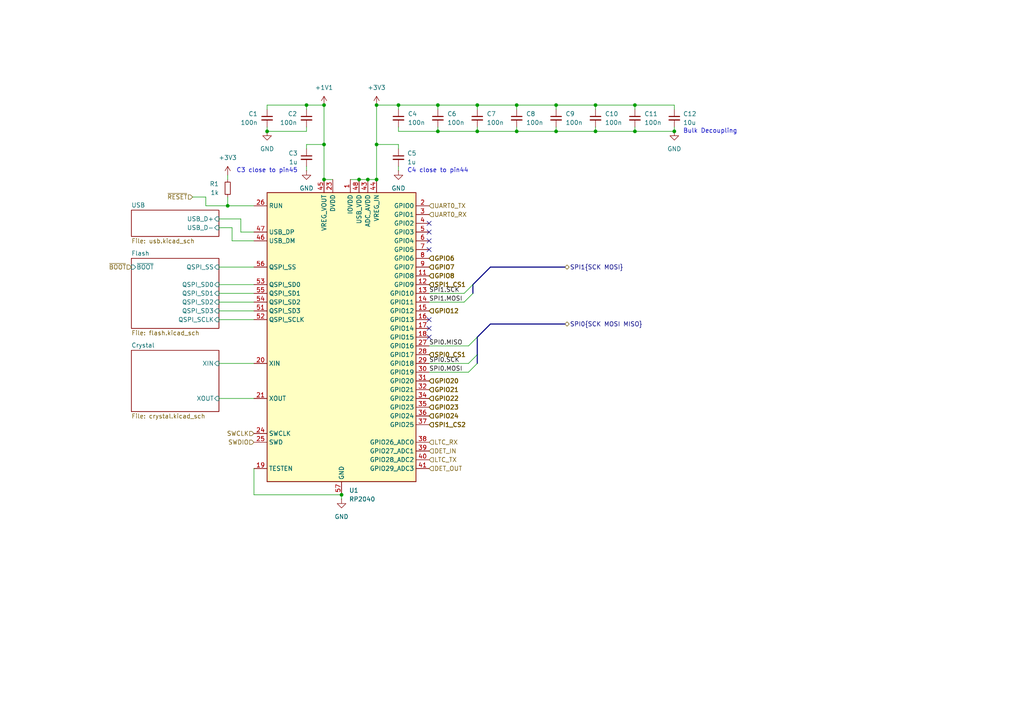
<source format=kicad_sch>
(kicad_sch (version 20231120) (generator "eeschema") (generator_version "8.0")
  (paper "A4")
  (lib_symbols
    (symbol "Device:C_Small" (pin_numbers hide) (pin_names (offset 0.254) hide)
      (property "Reference" "C" (at 0.254 1.778 0))
      (property "Value" "C_Small" (at 0.254 -2.032 0))
      (symbol "C_Small_0_1"
        (polyline (pts (xy -1.524 -0.508) (xy 1.524 -0.508)) (stroke (width 0.3302)))
        (polyline (pts (xy -1.524 0.508) (xy 1.524 0.508)) (stroke (width 0.3048)))
      )
      (symbol "C_Small_1_1"
        (pin passive line (at 0 2.54 270) (length 2.032) (name "~") (number "1"))
        (pin passive line (at 0 -2.54 90) (length 2.032) (name "~") (number "2"))
      )
    )
    (symbol "Device:R_Small" (pin_numbers hide) (pin_names (offset 0.254) hide)
      (property "Reference" "R" (at 0.762 0.508 0))
      (property "Value" "R_Small" (at 0.762 -1.016 0))
      (symbol "R_Small_0_1"
        (rectangle (start -0.762 1.778) (end 0.762 -1.778) (stroke (width 0.2032)))
      )
      (symbol "R_Small_1_1"
        (pin passive line (at 0 2.54 270) (length 0.762) (name "~") (number "1"))
        (pin passive line (at 0 -2.54 90) (length 0.762) (name "~") (number "2"))
      )
    )
    (symbol "MCU_RaspberryPi:RP2040"
      (property "Reference" "U" (at 17.78 45.72 0))
      (property "Value" "RP2040" (at 17.78 43.18 0))
      (symbol "RP2040_0_1"
        (rectangle (start -21.59 41.91) (end 21.59 -41.91) (stroke (width 0.254)) (fill (type background)))
      )
      (symbol "RP2040_1_1"
        (pin power_in line (at 2.54 45.72 270) (length 3.81) (name "IOVDD") (number "1"))
        (pin passive line (at 2.54 45.72 270) (length 3.81) hide (name "IOVDD") (number "10"))
        (pin bidirectional line (at 25.4 17.78 180) (length 3.81) (name "GPIO8") (number "11"))
        (pin bidirectional line (at 25.4 15.24 180) (length 3.81) (name "GPIO9") (number "12"))
        (pin bidirectional line (at 25.4 12.7 180) (length 3.81) (name "GPIO10") (number "13"))
        (pin bidirectional line (at 25.4 10.16 180) (length 3.81) (name "GPIO11") (number "14"))
        (pin bidirectional line (at 25.4 7.62 180) (length 3.81) (name "GPIO12") (number "15"))
        (pin bidirectional line (at 25.4 5.08 180) (length 3.81) (name "GPIO13") (number "16"))
        (pin bidirectional line (at 25.4 2.54 180) (length 3.81) (name "GPIO14") (number "17"))
        (pin bidirectional line (at 25.4 0 180) (length 3.81) (name "GPIO15") (number "18"))
        (pin input line (at -25.4 -38.1 0) (length 3.81) (name "TESTEN") (number "19"))
        (pin bidirectional line (at 25.4 38.1 180) (length 3.81) (name "GPIO0") (number "2"))
        (pin input line (at -25.4 -7.62 0) (length 3.81) (name "XIN") (number "20"))
        (pin passive line (at -25.4 -17.78 0) (length 3.81) (name "XOUT") (number "21"))
        (pin passive line (at 2.54 45.72 270) (length 3.81) hide (name "IOVDD") (number "22"))
        (pin power_in line (at -2.54 45.72 270) (length 3.81) (name "DVDD") (number "23"))
        (pin input line (at -25.4 -27.94 0) (length 3.81) (name "SWCLK") (number "24"))
        (pin bidirectional line (at -25.4 -30.48 0) (length 3.81) (name "SWD") (number "25"))
        (pin input line (at -25.4 38.1 0) (length 3.81) (name "RUN") (number "26"))
        (pin bidirectional line (at 25.4 -2.54 180) (length 3.81) (name "GPIO16") (number "27"))
        (pin bidirectional line (at 25.4 -5.08 180) (length 3.81) (name "GPIO17") (number "28"))
        (pin bidirectional line (at 25.4 -7.62 180) (length 3.81) (name "GPIO18") (number "29"))
        (pin bidirectional line (at 25.4 35.56 180) (length 3.81) (name "GPIO1") (number "3"))
        (pin bidirectional line (at 25.4 -10.16 180) (length 3.81) (name "GPIO19") (number "30"))
        (pin bidirectional line (at 25.4 -12.7 180) (length 3.81) (name "GPIO20") (number "31"))
        (pin bidirectional line (at 25.4 -15.24 180) (length 3.81) (name "GPIO21") (number "32"))
        (pin passive line (at 2.54 45.72 270) (length 3.81) hide (name "IOVDD") (number "33"))
        (pin bidirectional line (at 25.4 -17.78 180) (length 3.81) (name "GPIO22") (number "34"))
        (pin bidirectional line (at 25.4 -20.32 180) (length 3.81) (name "GPIO23") (number "35"))
        (pin bidirectional line (at 25.4 -22.86 180) (length 3.81) (name "GPIO24") (number "36"))
        (pin bidirectional line (at 25.4 -25.4 180) (length 3.81) (name "GPIO25") (number "37"))
        (pin bidirectional line (at 25.4 -30.48 180) (length 3.81) (name "GPIO26_ADC0") (number "38"))
        (pin bidirectional line (at 25.4 -33.02 180) (length 3.81) (name "GPIO27_ADC1") (number "39"))
        (pin bidirectional line (at 25.4 33.02 180) (length 3.81) (name "GPIO2") (number "4"))
        (pin bidirectional line (at 25.4 -35.56 180) (length 3.81) (name "GPIO28_ADC2") (number "40"))
        (pin bidirectional line (at 25.4 -38.1 180) (length 3.81) (name "GPIO29_ADC3") (number "41"))
        (pin passive line (at 2.54 45.72 270) (length 3.81) hide (name "IOVDD") (number "42"))
        (pin power_in line (at 7.62 45.72 270) (length 3.81) (name "ADC_AVDD") (number "43"))
        (pin power_in line (at 10.16 45.72 270) (length 3.81) (name "VREG_IN") (number "44"))
        (pin power_out line (at -5.08 45.72 270) (length 3.81) (name "VREG_VOUT") (number "45"))
        (pin bidirectional line (at -25.4 27.94 0) (length 3.81) (name "USB_DM") (number "46"))
        (pin bidirectional line (at -25.4 30.48 0) (length 3.81) (name "USB_DP") (number "47"))
        (pin power_in line (at 5.08 45.72 270) (length 3.81) (name "USB_VDD") (number "48"))
        (pin passive line (at 2.54 45.72 270) (length 3.81) hide (name "IOVDD") (number "49"))
        (pin bidirectional line (at 25.4 30.48 180) (length 3.81) (name "GPIO3") (number "5"))
        (pin passive line (at -2.54 45.72 270) (length 3.81) hide (name "DVDD") (number "50"))
        (pin bidirectional line (at -25.4 7.62 0) (length 3.81) (name "QSPI_SD3") (number "51"))
        (pin output line (at -25.4 5.08 0) (length 3.81) (name "QSPI_SCLK") (number "52"))
        (pin bidirectional line (at -25.4 15.24 0) (length 3.81) (name "QSPI_SD0") (number "53"))
        (pin bidirectional line (at -25.4 10.16 0) (length 3.81) (name "QSPI_SD2") (number "54"))
        (pin bidirectional line (at -25.4 12.7 0) (length 3.81) (name "QSPI_SD1") (number "55"))
        (pin bidirectional line (at -25.4 20.32 0) (length 3.81) (name "QSPI_SS") (number "56"))
        (pin power_in line (at 0 -45.72 90) (length 3.81) (name "GND") (number "57"))
        (pin bidirectional line (at 25.4 27.94 180) (length 3.81) (name "GPIO4") (number "6"))
        (pin bidirectional line (at 25.4 25.4 180) (length 3.81) (name "GPIO5") (number "7"))
        (pin bidirectional line (at 25.4 22.86 180) (length 3.81) (name "GPIO6") (number "8"))
        (pin bidirectional line (at 25.4 20.32 180) (length 3.81) (name "GPIO7") (number "9"))
      )
    )
    (symbol "power:+1V1" (power) (pin_numbers hide) (pin_names (offset 0) hide)
      (property "Value" "+1V1" (at 0 3.556 0))
      (symbol "+1V1_0_1"
        (polyline (pts (xy -0.762 1.27) (xy 0 2.54)))
        (polyline (pts (xy 0 0) (xy 0 2.54)))
        (polyline (pts (xy 0 2.54) (xy 0.762 1.27)))
      )
      (symbol "+1V1_1_1"
        (pin power_in line (at 0 0 90) (length 0) (name "~") (number "1"))
      )
    )
    (symbol "power:+3V3" (power) (pin_numbers hide) (pin_names (offset 0) hide)
      (property "Value" "+3V3" (at 0 3.556 0))
      (symbol "+3V3_0_1"
        (polyline (pts (xy -0.762 1.27) (xy 0 2.54)))
        (polyline (pts (xy 0 0) (xy 0 2.54)))
        (polyline (pts (xy 0 2.54) (xy 0.762 1.27)))
      )
      (symbol "+3V3_1_1"
        (pin power_in line (at 0 0 90) (length 0) (name "~") (number "1"))
      )
    )
    (symbol "power:GND" (power) (pin_numbers hide) (pin_names (offset 0) hide)
      (property "Value" "GND" (at 0 -3.81 0))
      (symbol "GND_0_1"
        (polyline (pts (xy 0 0) (xy 0 -1.27) (xy 1.27 -1.27) (xy 0 -2.54) (xy -1.27 -1.27) (xy 0 -1.27)))
      )
      (symbol "GND_1_1"
        (pin power_in line (at 0 0 270) (length 0) (name "~") (number "1"))
      )
    )
  )
  (junction (at 88.9 30.48))
  (junction (at 161.29 30.48))
  (junction (at 93.98 52.07))
  (junction (at 93.98 30.48))
  (junction (at 99.06 143.51))
  (junction (at 195.58 38.1))
  (junction (at 106.68 52.07))
  (junction (at 109.22 41.91))
  (junction (at 161.29 38.1))
  (junction (at 138.43 30.48))
  (junction (at 66.04 59.69))
  (junction (at 149.86 38.1))
  (junction (at 109.22 52.07))
  (junction (at 127 30.48))
  (junction (at 104.14 52.07))
  (junction (at 138.43 38.1))
  (junction (at 184.15 30.48))
  (junction (at 184.15 38.1))
  (junction (at 149.86 30.48))
  (junction (at 115.57 30.48))
  (junction (at 77.47 38.1))
  (junction (at 172.72 38.1))
  (junction (at 93.98 41.91))
  (junction (at 109.22 30.48))
  (junction (at 172.72 30.48))
  (junction (at 127 38.1))
  (no_connect (at 124.46 69.85))
  (no_connect (at 124.46 67.31))
  (no_connect (at 124.46 97.79))
  (no_connect (at 124.46 64.77))
  (no_connect (at 124.46 92.71))
  (no_connect (at 124.46 95.25))
  (no_connect (at 124.46 72.39))
  (bus_entry (at 138.43 102.87) (size -2.54 2.54))
  (bus_entry (at 137.16 85.09) (size -2.54 2.54))
  (bus_entry (at 138.43 105.41) (size -2.54 2.54))
  (bus_entry (at 137.16 82.55) (size -2.54 2.54))
  (bus_entry (at 138.43 97.79) (size -2.54 2.54))
  (wire (pts (xy 172.72 30.48) (xy 172.72 31.75)))
  (wire (pts (xy 73.66 105.41) (xy 63.5 105.41)))
  (wire (pts (xy 99.06 144.78) (xy 99.06 143.51)))
  (wire (pts (xy 127 38.1) (xy 138.43 38.1)))
  (wire (pts (xy 59.69 57.15) (xy 59.69 59.69)))
  (wire (pts (xy 124.46 85.09) (xy 134.62 85.09)))
  (wire (pts (xy 67.31 66.04) (xy 67.31 69.85)))
  (bus (pts (xy 142.24 93.98) (xy 163.83 93.98)))
  (wire (pts (xy 63.5 82.55) (xy 73.66 82.55)))
  (wire (pts (xy 66.04 57.15) (xy 66.04 59.69)))
  (wire (pts (xy 115.57 30.48) (xy 115.57 31.75)))
  (wire (pts (xy 88.9 49.53) (xy 88.9 48.26)))
  (wire (pts (xy 161.29 36.83) (xy 161.29 38.1)))
  (wire (pts (xy 115.57 30.48) (xy 127 30.48)))
  (wire (pts (xy 77.47 38.1) (xy 77.47 36.83)))
  (wire (pts (xy 109.22 41.91) (xy 109.22 52.07)))
  (wire (pts (xy 138.43 30.48) (xy 149.86 30.48)))
  (wire (pts (xy 66.04 50.8) (xy 66.04 52.07)))
  (wire (pts (xy 149.86 36.83) (xy 149.86 38.1)))
  (wire (pts (xy 73.66 143.51) (xy 99.06 143.51)))
  (wire (pts (xy 69.85 63.5) (xy 69.85 67.31)))
  (wire (pts (xy 93.98 41.91) (xy 93.98 52.07)))
  (wire (pts (xy 63.5 63.5) (xy 69.85 63.5)))
  (wire (pts (xy 127 31.75) (xy 127 30.48)))
  (wire (pts (xy 109.22 30.48) (xy 115.57 30.48)))
  (wire (pts (xy 172.72 36.83) (xy 172.72 38.1)))
  (wire (pts (xy 77.47 30.48) (xy 88.9 30.48)))
  (wire (pts (xy 59.69 59.69) (xy 66.04 59.69)))
  (wire (pts (xy 124.46 107.95) (xy 135.89 107.95)))
  (bus (pts (xy 138.43 102.87) (xy 138.43 105.41)))
  (wire (pts (xy 138.43 38.1) (xy 149.86 38.1)))
  (wire (pts (xy 67.31 69.85) (xy 73.66 69.85)))
  (wire (pts (xy 127 36.83) (xy 127 38.1)))
  (wire (pts (xy 138.43 31.75) (xy 138.43 30.48)))
  (bus (pts (xy 138.43 97.79) (xy 138.43 102.87)))
  (wire (pts (xy 149.86 31.75) (xy 149.86 30.48)))
  (wire (pts (xy 149.86 30.48) (xy 161.29 30.48)))
  (wire (pts (xy 88.9 41.91) (xy 93.98 41.91)))
  (wire (pts (xy 195.58 36.83) (xy 195.58 38.1)))
  (wire (pts (xy 124.46 105.41) (xy 135.89 105.41)))
  (wire (pts (xy 63.5 77.47) (xy 73.66 77.47)))
  (wire (pts (xy 73.66 92.71) (xy 63.5 92.71)))
  (wire (pts (xy 63.5 66.04) (xy 67.31 66.04)))
  (bus (pts (xy 142.24 77.47) (xy 163.83 77.47)))
  (wire (pts (xy 77.47 30.48) (xy 77.47 31.75)))
  (wire (pts (xy 73.66 87.63) (xy 63.5 87.63)))
  (wire (pts (xy 161.29 31.75) (xy 161.29 30.48)))
  (wire (pts (xy 184.15 36.83) (xy 184.15 38.1)))
  (wire (pts (xy 88.9 30.48) (xy 93.98 30.48)))
  (wire (pts (xy 195.58 30.48) (xy 195.58 31.75)))
  (wire (pts (xy 101.6 52.07) (xy 104.14 52.07)))
  (wire (pts (xy 115.57 41.91) (xy 115.57 43.18)))
  (bus (pts (xy 138.43 97.79) (xy 142.24 93.98)))
  (wire (pts (xy 73.66 90.17) (xy 63.5 90.17)))
  (wire (pts (xy 93.98 52.07) (xy 96.52 52.07)))
  (bus (pts (xy 137.16 82.55) (xy 142.24 77.47)))
  (wire (pts (xy 115.57 48.26) (xy 115.57 49.53)))
  (wire (pts (xy 127 30.48) (xy 138.43 30.48)))
  (wire (pts (xy 172.72 38.1) (xy 184.15 38.1)))
  (wire (pts (xy 184.15 30.48) (xy 184.15 31.75)))
  (wire (pts (xy 109.22 41.91) (xy 115.57 41.91)))
  (wire (pts (xy 172.72 30.48) (xy 184.15 30.48)))
  (wire (pts (xy 93.98 30.48) (xy 93.98 41.91)))
  (wire (pts (xy 115.57 36.83) (xy 115.57 38.1)))
  (wire (pts (xy 88.9 41.91) (xy 88.9 43.18)))
  (wire (pts (xy 124.46 87.63) (xy 134.62 87.63)))
  (wire (pts (xy 73.66 135.89) (xy 73.66 143.51)))
  (wire (pts (xy 88.9 36.83) (xy 88.9 38.1)))
  (wire (pts (xy 124.46 100.33) (xy 135.89 100.33)))
  (wire (pts (xy 109.22 30.48) (xy 109.22 41.91)))
  (wire (pts (xy 73.66 85.09) (xy 63.5 85.09)))
  (wire (pts (xy 115.57 38.1) (xy 127 38.1)))
  (wire (pts (xy 104.14 52.07) (xy 106.68 52.07)))
  (wire (pts (xy 77.47 38.1) (xy 88.9 38.1)))
  (wire (pts (xy 106.68 52.07) (xy 109.22 52.07)))
  (wire (pts (xy 55.88 57.15) (xy 59.69 57.15)))
  (wire (pts (xy 161.29 30.48) (xy 172.72 30.48)))
  (wire (pts (xy 149.86 38.1) (xy 161.29 38.1)))
  (wire (pts (xy 88.9 30.48) (xy 88.9 31.75)))
  (wire (pts (xy 184.15 30.48) (xy 195.58 30.48)))
  (wire (pts (xy 66.04 59.69) (xy 73.66 59.69)))
  (wire (pts (xy 138.43 36.83) (xy 138.43 38.1)))
  (bus (pts (xy 137.16 82.55) (xy 137.16 85.09)))
  (wire (pts (xy 184.15 38.1) (xy 195.58 38.1)))
  (wire (pts (xy 161.29 38.1) (xy 172.72 38.1)))
  (wire (pts (xy 73.66 67.31) (xy 69.85 67.31)))
  (wire (pts (xy 73.66 115.57) (xy 63.5 115.57)))
  (text "C4 close to pin44" (at 118.11 48.768 0) (effects (font (size 1.27 1.27)) (justify left top)))
  (text "Bulk Decoupling" (at 198.12 37.338 0) (effects (font (size 1.27 1.27)) (justify left top)))
  (text "C3 close to pin45" (at 86.36 48.768 0) (effects (font (size 1.27 1.27)) (justify right top)))
  (label "SPI0.SCK" (at 124.46 105.41 0))
  (label "SPI1.SCK" (at 124.46 85.09 0))
  (label "SPI0.MISO" (at 124.46 100.33 0))
  (label "SPI0.MOSI" (at 124.46 107.95 0))
  (label "SPI1.MOSI" (at 124.46 87.63 0))
  (hierarchical_label "GPIO8" (shape input) (at 124.46 80.01 0) (effects (font (bold yes))))
  (hierarchical_label "GPIO6" (shape input) (at 124.46 74.93 0) (effects (font (bold yes))))
  (hierarchical_label "GPIO24" (shape input) (at 124.46 120.65 0) (effects (font (bold yes))))
  (hierarchical_label "~{BOOT}" (shape input) (at 38.1 77.47 180))
  (hierarchical_label "UART0_RX" (shape input) (at 124.46 62.23 0))
  (hierarchical_label "GPIO7" (shape input) (at 124.46 77.47 0) (effects (font (bold yes))))
  (hierarchical_label "SPI1{SCK MOSI}" (shape bidirectional) (at 163.83 77.47 0))
  (hierarchical_label "LTC_TX" (shape input) (at 124.46 133.35 0))
  (hierarchical_label "GPIO20" (shape input) (at 124.46 110.49 0) (effects (font (bold yes))))
  (hierarchical_label "SPI1_CS1" (shape input) (at 124.46 82.55 0) (effects (font (bold yes))))
  (hierarchical_label "SPI0{SCK MOSI MISO}" (shape bidirectional) (at 163.83 93.98 0))
  (hierarchical_label "UART0_TX" (shape input) (at 124.46 59.69 0))
  (hierarchical_label "SWCLK" (shape input) (at 73.66 125.73 180))
  (hierarchical_label "LTC_RX" (shape input) (at 124.46 128.27 0))
  (hierarchical_label "SPI1_CS2" (shape input) (at 124.46 123.19 0) (effects (font (bold yes))))
  (hierarchical_label "SWDIO" (shape input) (at 73.66 128.27 180))
  (hierarchical_label "~{RESET}" (shape input) (at 55.88 57.15 180))
  (hierarchical_label "GPIO12" (shape input) (at 124.46 90.17 0) (effects (font (bold yes))))
  (hierarchical_label "GPIO22" (shape input) (at 124.46 115.57 0) (effects (font (bold yes))))
  (hierarchical_label "SPI0_CS1" (shape input) (at 124.46 102.87 0) (effects (font (bold yes))))
  (hierarchical_label "GPIO23" (shape input) (at 124.46 118.11 0) (effects (font (bold yes))))
  (hierarchical_label "DET_IN" (shape input) (at 124.46 130.81 0))
  (hierarchical_label "DET_OUT" (shape input) (at 124.46 135.89 0))
  (hierarchical_label "GPIO21" (shape input) (at 124.46 113.03 0) (effects (font (bold yes))))
  (symbol (lib_id "Device:C_Small") (at 195.58 34.29 0) (unit 1)
    (property "Reference" "C12" (at 198.12 33.0262 0) (effects (justify left)))
    (property "Value" "10u" (at 198.12 35.5662 0) (effects (justify left)))
    (property "Footprint" "Capacitor_SMD:C_0603_1608Metric" (effects (hide yes)))
    (property "Description" "Unpolarized capacitor, small symbol" (effects (hide yes)))
    (property "LCSC" "C19702" (effects (hide yes)))
  )
  (symbol (lib_id "Device:C_Small") (at 88.9 45.72 0) (mirror y) (unit 1)
    (property "Reference" "C3" (at 86.36 44.4562 0) (effects (justify left)))
    (property "Value" "1u" (at 86.36 46.9962 0) (effects (justify left)))
    (property "Footprint" "Capacitor_SMD:C_0603_1608Metric" (effects (hide yes)))
    (property "Description" "Unpolarized capacitor, small symbol" (effects (hide yes)))
    (property "LCSC" "C15849" (effects (hide yes)))
  )
  (symbol (lib_id "Device:C_Small") (at 115.57 45.72 0) (unit 1)
    (property "Reference" "C5" (at 118.11 44.4562 0) (effects (justify left)))
    (property "Value" "1u" (at 118.11 46.9962 0) (effects (justify left)))
    (property "Footprint" "Capacitor_SMD:C_0603_1608Metric" (effects (hide yes)))
    (property "Description" "Unpolarized capacitor, small symbol" (effects (hide yes)))
    (property "LCSC" "C15849" (effects (hide yes)))
  )
  (symbol (lib_id "power:GND") (at 195.58 38.1 0) (unit 1)
    (property "Reference" "#PWR033" (effects (hide yes)))
    (property "Value" "GND" (at 195.58 43.18 0))
    (property "Description" "Power symbol creates a global label with name \"GND\" , ground" (effects (hide yes)))
  )
  (symbol (lib_id "power:GND") (at 88.9 49.53 0) (unit 1)
    (property "Reference" "#PWR03" (effects (hide yes)))
    (property "Value" "GND" (at 88.9 54.61 0))
    (property "Description" "Power symbol creates a global label with name \"GND\" , ground" (effects (hide yes)))
  )
  (symbol (lib_id "power:+3V3") (at 66.04 50.8 0) (unit 1)
    (property "Reference" "#PWR01" (effects (hide yes)))
    (property "Value" "+3V3" (at 66.04 45.72 0))
    (property "Description" "Power symbol creates a global label with name \"+3V3\"" (effects (hide yes)))
  )
  (symbol (lib_id "power:GND") (at 99.06 144.78 0) (unit 1)
    (property "Reference" "#PWR05" (effects (hide yes)))
    (property "Value" "GND" (at 99.06 149.86 0))
    (property "Description" "Power symbol creates a global label with name \"GND\" , ground" (effects (hide yes)))
  )
  (symbol (lib_id "Device:C_Small") (at 149.86 34.29 0) (unit 1)
    (property "Reference" "C8" (at 152.5821 33.0262 0) (effects (justify left)))
    (property "Value" "100n" (at 152.5821 35.5662 0) (effects (justify left)))
    (property "Footprint" "Capacitor_SMD:C_0402_1005Metric" (effects (hide yes)))
    (property "Description" "Unpolarized capacitor, small symbol" (effects (hide yes)))
    (property "LCSC" "C1525" (effects (hide yes)))
  )
  (symbol (lib_id "Device:C_Small") (at 172.72 34.29 0) (unit 1)
    (property "Reference" "C10" (at 175.4421 33.0262 0) (effects (justify left)))
    (property "Value" "100n" (at 175.4421 35.5662 0) (effects (justify left)))
    (property "Footprint" "Capacitor_SMD:C_0402_1005Metric" (effects (hide yes)))
    (property "Description" "Unpolarized capacitor, small symbol" (effects (hide yes)))
    (property "LCSC" "C1525" (effects (hide yes)))
  )
  (symbol (lib_id "Device:C_Small") (at 77.47 34.29 0) (mirror y) (unit 1)
    (property "Reference" "C1" (at 74.7479 33.0262 0) (effects (justify left)))
    (property "Value" "100n" (at 74.7479 35.5662 0) (effects (justify left)))
    (property "Footprint" "Capacitor_SMD:C_0402_1005Metric" (effects (hide yes)))
    (property "Description" "Unpolarized capacitor, small symbol" (effects (hide yes)))
    (property "LCSC" "C1525" (effects (hide yes)))
  )
  (symbol (lib_id "Device:R_Small") (at 66.04 54.61 0) (unit 1)
    (property "Reference" "R1" (at 63.5 53.3399 0) (effects (justify right)))
    (property "Value" "1k" (at 63.5 55.8799 0) (effects (justify right)))
    (property "Footprint" "Resistor_SMD:R_0402_1005Metric" (effects (hide yes)))
    (property "Description" "Resistor, small symbol" (effects (hide yes)))
    (property "LCSC" "C11702" (effects (hide yes)))
  )
  (symbol (lib_id "Device:C_Small") (at 115.57 34.29 0) (unit 1)
    (property "Reference" "C4" (at 118.2921 33.0262 0) (effects (justify left)))
    (property "Value" "100n" (at 118.2921 35.5662 0) (effects (justify left)))
    (property "Footprint" "Capacitor_SMD:C_0402_1005Metric" (effects (hide yes)))
    (property "Description" "Unpolarized capacitor, small symbol" (effects (hide yes)))
    (property "LCSC" "C1525" (effects (hide yes)))
  )
  (symbol (lib_id "Device:C_Small") (at 161.29 34.29 0) (unit 1)
    (property "Reference" "C9" (at 164.0121 33.0262 0) (effects (justify left)))
    (property "Value" "100n" (at 164.0121 35.5662 0) (effects (justify left)))
    (property "Footprint" "Capacitor_SMD:C_0402_1005Metric" (effects (hide yes)))
    (property "Description" "Unpolarized capacitor, small symbol" (effects (hide yes)))
    (property "LCSC" "C1525" (effects (hide yes)))
  )
  (symbol (lib_id "MCU_RaspberryPi:RP2040") (at 99.06 97.79 0) (unit 1)
    (property "Reference" "U1" (at 101.2541 142.24 0) (effects (justify left)))
    (property "Value" "RP2040" (at 101.2541 144.78 0) (effects (justify left)))
    (property "Footprint" "Package_DFN_QFN:QFN-56-1EP_7x7mm_P0.4mm_EP3.2x3.2mm" (effects (hide yes)))
    (property "Datasheet" "https://datasheets.raspberrypi.com/rp2040/rp2040-datasheet.pdf" (effects (hide yes)))
    (property "Description" "A microcontroller by Raspberry Pi" (effects (hide yes)))
    (property "LCSC" "C2040" (effects (hide yes)))
  )
  (symbol (lib_id "power:+1V1") (at 93.98 30.48 0) (unit 1)
    (property "Reference" "#PWR04" (effects (hide yes)))
    (property "Value" "+1V1" (at 93.98 25.4 0))
    (property "Description" "Power symbol creates a global label with name \"+1V1\"" (effects (hide yes)))
  )
  (symbol (lib_id "Device:C_Small") (at 88.9 34.29 0) (mirror y) (unit 1)
    (property "Reference" "C2" (at 86.1779 33.0262 0) (effects (justify left)))
    (property "Value" "100n" (at 86.1779 35.5662 0) (effects (justify left)))
    (property "Footprint" "Capacitor_SMD:C_0402_1005Metric" (effects (hide yes)))
    (property "Description" "Unpolarized capacitor, small symbol" (effects (hide yes)))
    (property "LCSC" "C1525" (effects (hide yes)))
  )
  (symbol (lib_id "power:GND") (at 115.57 49.53 0) (unit 1)
    (property "Reference" "#PWR07" (effects (hide yes)))
    (property "Value" "GND" (at 115.57 54.61 0))
    (property "Description" "Power symbol creates a global label with name \"GND\" , ground" (effects (hide yes)))
  )
  (symbol (lib_id "Device:C_Small") (at 184.15 34.29 0) (unit 1)
    (property "Reference" "C11" (at 186.8721 33.0262 0) (effects (justify left)))
    (property "Value" "100n" (at 186.8721 35.5662 0) (effects (justify left)))
    (property "Footprint" "Capacitor_SMD:C_0402_1005Metric" (effects (hide yes)))
    (property "Description" "Unpolarized capacitor, small symbol" (effects (hide yes)))
    (property "LCSC" "C1525" (effects (hide yes)))
  )
  (symbol (lib_id "Device:C_Small") (at 138.43 34.29 0) (unit 1)
    (property "Reference" "C7" (at 141.1521 33.0262 0) (effects (justify left)))
    (property "Value" "100n" (at 141.1521 35.5662 0) (effects (justify left)))
    (property "Footprint" "Capacitor_SMD:C_0402_1005Metric" (effects (hide yes)))
    (property "Description" "Unpolarized capacitor, small symbol" (effects (hide yes)))
    (property "LCSC" "C1525" (effects (hide yes)))
  )
  (symbol (lib_id "power:GND") (at 77.47 38.1 0) (unit 1)
    (property "Reference" "#PWR02" (effects (hide yes)))
    (property "Value" "GND" (at 77.47 43.18 0))
    (property "Description" "Power symbol creates a global label with name \"GND\" , ground" (effects (hide yes)))
  )
  (symbol (lib_id "Device:C_Small") (at 127 34.29 0) (unit 1)
    (property "Reference" "C6" (at 129.7221 33.0262 0) (effects (justify left)))
    (property "Value" "100n" (at 129.7221 35.5662 0) (effects (justify left)))
    (property "Footprint" "Capacitor_SMD:C_0402_1005Metric" (effects (hide yes)))
    (property "Description" "Unpolarized capacitor, small symbol" (effects (hide yes)))
    (property "LCSC" "C1525" (effects (hide yes)))
  )
  (symbol (lib_id "power:+3V3") (at 109.22 30.48 0) (unit 1)
    (property "Reference" "#PWR06" (effects (hide yes)))
    (property "Value" "+3V3" (at 109.22 25.4 0))
    (property "Description" "Power symbol creates a global label with name \"+3V3\"" (effects (hide yes)))
  )
  (sheet (at 38.1 60.96) (size 25.4 7.62) (stroke (width 0.1524))
    (property "Sheetname" "USB" (at 38.1 60.2484 0) (effects (justify left bottom)))
    (property "Sheetfile" "usb.kicad_sch" (at 38.1 69.1646 0) (effects (justify left top)))
    (pin "USB_D+" input (at 63.5 63.5 0))
    (pin "USB_D-" input (at 63.5 66.04 0))
  )
  (sheet (at 38.1 74.93) (size 25.4 20.32) (stroke (width 0.1524))
    (property "Sheetname" "Flash" (at 38.1 74.2184 0) (effects (justify left bottom)))
    (property "Sheetfile" "flash.kicad_sch" (at 38.1 95.8346 0) (effects (justify left top)))
    (pin "QSPI_SCLK" input (at 63.5 92.71 0))
    (pin "QSPI_SD3" input (at 63.5 90.17 0))
    (pin "QSPI_SD0" input (at 63.5 82.55 0))
    (pin "QSPI_SS" input (at 63.5 77.47 0))
    (pin "QSPI_SD2" input (at 63.5 87.63 0))
    (pin "QSPI_SD1" input (at 63.5 85.09 0))
    (pin "~{BOOT}" input (at 38.1 77.47 180))
  )
  (sheet (at 38.1 101.6) (size 25.4 17.78) (stroke (width 0.1524))
    (property "Sheetname" "Crystal" (at 38.1 100.8884 0) (effects (justify left bottom)))
    (property "Sheetfile" "crystal.kicad_sch" (at 38.1 119.9646 0) (effects (justify left top)))
    (pin "XIN" input (at 63.5 105.41 0))
    (pin "XOUT" input (at 63.5 115.57 0))
  )
)
</source>
